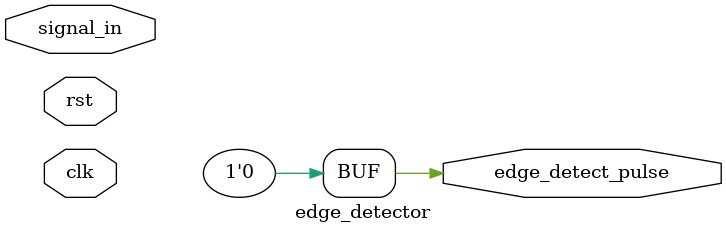
<source format=v>
module edge_detector #(
    parameter width = 1
)(
    input clk,
    input rst,
    input [width-1:0] signal_in,
    output [width-1:0] edge_detect_pulse
);

    // This module takes a vector of 1-bit signals as input and outputs a vector of 1-bit signals. For each input signal
    // this module will look for a low to high (0 -> 1) logic transition, and should then output a 1 clock cycle wide pulse
    // for that signal.

    // Remove this line once you have implemented this module.
    assign edge_detect_pulse = 0;

endmodule

</source>
